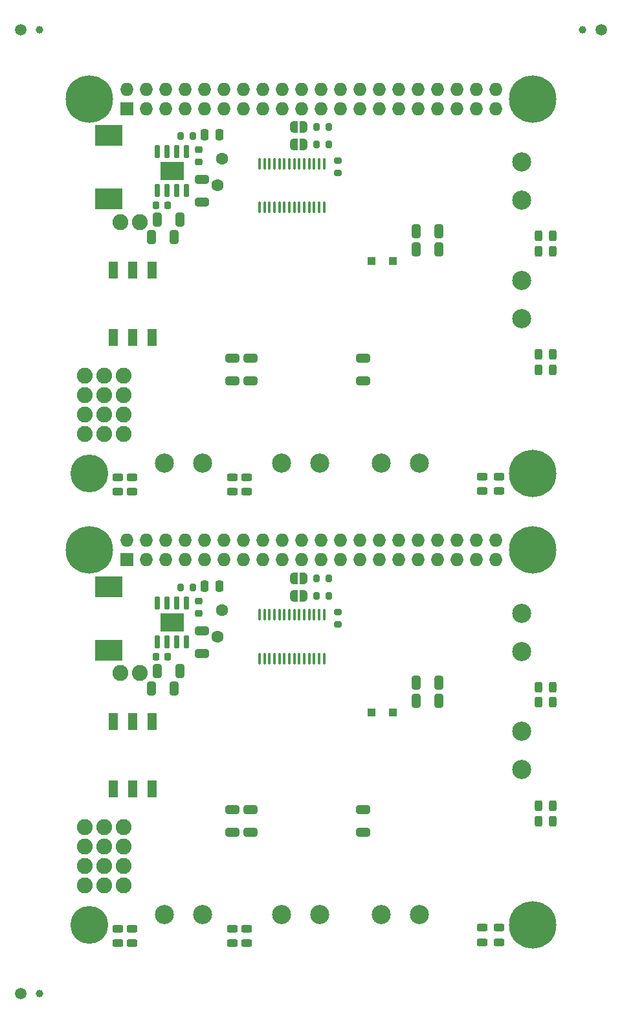
<source format=gbr>
%TF.GenerationSoftware,KiCad,Pcbnew,6.0.11+dfsg-1*%
%TF.CreationDate,2024-04-28T21:20:57+01:00*%
%TF.ProjectId,panel,70616e65-6c2e-46b6-9963-61645f706362,rev?*%
%TF.SameCoordinates,Original*%
%TF.FileFunction,Soldermask,Top*%
%TF.FilePolarity,Negative*%
%FSLAX46Y46*%
G04 Gerber Fmt 4.6, Leading zero omitted, Abs format (unit mm)*
G04 Created by KiCad (PCBNEW 6.0.11+dfsg-1) date 2024-04-28 21:20:57*
%MOMM*%
%LPD*%
G01*
G04 APERTURE LIST*
G04 Aperture macros list*
%AMRoundRect*
0 Rectangle with rounded corners*
0 $1 Rounding radius*
0 $2 $3 $4 $5 $6 $7 $8 $9 X,Y pos of 4 corners*
0 Add a 4 corners polygon primitive as box body*
4,1,4,$2,$3,$4,$5,$6,$7,$8,$9,$2,$3,0*
0 Add four circle primitives for the rounded corners*
1,1,$1+$1,$2,$3*
1,1,$1+$1,$4,$5*
1,1,$1+$1,$6,$7*
1,1,$1+$1,$8,$9*
0 Add four rect primitives between the rounded corners*
20,1,$1+$1,$2,$3,$4,$5,0*
20,1,$1+$1,$4,$5,$6,$7,0*
20,1,$1+$1,$6,$7,$8,$9,0*
20,1,$1+$1,$8,$9,$2,$3,0*%
%AMFreePoly0*
4,1,22,0.500000,-0.750000,0.000000,-0.750000,0.000000,-0.745033,-0.079941,-0.743568,-0.215256,-0.701293,-0.333266,-0.622738,-0.424486,-0.514219,-0.481581,-0.384460,-0.499164,-0.250000,-0.500000,-0.250000,-0.500000,0.250000,-0.499164,0.250000,-0.499963,0.256109,-0.478152,0.396186,-0.417904,0.524511,-0.324060,0.630769,-0.204165,0.706417,-0.067858,0.745374,0.000000,0.744959,0.000000,0.750000,
0.500000,0.750000,0.500000,-0.750000,0.500000,-0.750000,$1*%
%AMFreePoly1*
4,1,20,0.000000,0.744959,0.073905,0.744508,0.209726,0.703889,0.328688,0.626782,0.421226,0.519385,0.479903,0.390333,0.500000,0.250000,0.500000,-0.250000,0.499851,-0.262216,0.476331,-0.402017,0.414519,-0.529596,0.319384,-0.634700,0.198574,-0.708877,0.061801,-0.746166,0.000000,-0.745033,0.000000,-0.750000,-0.500000,-0.750000,-0.500000,0.750000,0.000000,0.750000,0.000000,0.744959,
0.000000,0.744959,$1*%
G04 Aperture macros list end*
%ADD10C,2.500000*%
%ADD11RoundRect,0.243750X0.456250X-0.243750X0.456250X0.243750X-0.456250X0.243750X-0.456250X-0.243750X0*%
%ADD12R,3.600000X2.700000*%
%ADD13C,6.200000*%
%ADD14C,2.082800*%
%ADD15C,1.000000*%
%ADD16RoundRect,0.100000X0.100000X-0.637500X0.100000X0.637500X-0.100000X0.637500X-0.100000X-0.637500X0*%
%ADD17RoundRect,0.250000X0.325000X0.650000X-0.325000X0.650000X-0.325000X-0.650000X0.325000X-0.650000X0*%
%ADD18R,3.100000X2.400000*%
%ADD19RoundRect,0.150000X0.150000X-0.737500X0.150000X0.737500X-0.150000X0.737500X-0.150000X-0.737500X0*%
%ADD20RoundRect,0.200000X0.275000X-0.200000X0.275000X0.200000X-0.275000X0.200000X-0.275000X-0.200000X0*%
%ADD21RoundRect,0.225000X0.225000X0.250000X-0.225000X0.250000X-0.225000X-0.250000X0.225000X-0.250000X0*%
%ADD22FreePoly0,0.000000*%
%ADD23FreePoly1,0.000000*%
%ADD24RoundRect,0.250000X-0.325000X-0.650000X0.325000X-0.650000X0.325000X0.650000X-0.325000X0.650000X0*%
%ADD25RoundRect,0.243750X0.243750X0.456250X-0.243750X0.456250X-0.243750X-0.456250X0.243750X-0.456250X0*%
%ADD26C,1.500000*%
%ADD27R,1.100000X1.100000*%
%ADD28RoundRect,0.250000X-0.650000X0.325000X-0.650000X-0.325000X0.650000X-0.325000X0.650000X0.325000X0*%
%ADD29RoundRect,0.200000X-0.200000X-0.275000X0.200000X-0.275000X0.200000X0.275000X-0.200000X0.275000X0*%
%ADD30R,1.727200X1.727200*%
%ADD31O,1.727200X1.727200*%
%ADD32C,4.950000*%
%ADD33RoundRect,0.225000X-0.250000X0.225000X-0.250000X-0.225000X0.250000X-0.225000X0.250000X0.225000X0*%
%ADD34R,1.200000X2.250000*%
%ADD35RoundRect,0.250000X0.650000X-0.325000X0.650000X0.325000X-0.650000X0.325000X-0.650000X-0.325000X0*%
%ADD36RoundRect,0.250000X-0.250000X-0.475000X0.250000X-0.475000X0.250000X0.475000X-0.250000X0.475000X0*%
%ADD37C,1.600000*%
G04 APERTURE END LIST*
D10*
%TO.C,J8*%
X176050000Y-44750000D03*
X176050000Y-39750000D03*
%TD*%
D11*
%TO.C,D29*%
X123200000Y-141837500D03*
X123200000Y-139962500D03*
%TD*%
%TO.C,D29*%
X123200000Y-82837500D03*
X123200000Y-80962500D03*
%TD*%
%TO.C,D19*%
X140100000Y-141837500D03*
X140100000Y-139962500D03*
%TD*%
D12*
%TO.C,L1*%
X122000000Y-36250000D03*
X122000000Y-44550000D03*
%TD*%
D13*
%TO.C,PI3*%
X119500000Y-90500000D03*
%TD*%
D14*
%TO.C,J9*%
X126140000Y-106590000D03*
X123600000Y-106590000D03*
%TD*%
D15*
%TO.C,REF\u002A\u002A*%
X113000000Y-148500046D03*
%TD*%
D10*
%TO.C,J7*%
X176050000Y-60200000D03*
X176050000Y-55200000D03*
%TD*%
D14*
%TO.C,J1*%
X118920000Y-126670000D03*
X118920000Y-129210000D03*
X118920000Y-131750000D03*
X118920000Y-134290000D03*
%TD*%
D16*
%TO.C,U2*%
X141750000Y-104687500D03*
X142400000Y-104687500D03*
X143050000Y-104687500D03*
X143700000Y-104687500D03*
X144350000Y-104687500D03*
X145000000Y-104687500D03*
X145650000Y-104687500D03*
X146300000Y-104687500D03*
X146950000Y-104687500D03*
X147600000Y-104687500D03*
X148250000Y-104687500D03*
X148900000Y-104687500D03*
X149550000Y-104687500D03*
X150200000Y-104687500D03*
X150200000Y-98962500D03*
X149550000Y-98962500D03*
X148900000Y-98962500D03*
X148250000Y-98962500D03*
X147600000Y-98962500D03*
X146950000Y-98962500D03*
X146300000Y-98962500D03*
X145650000Y-98962500D03*
X145000000Y-98962500D03*
X144350000Y-98962500D03*
X143700000Y-98962500D03*
X143050000Y-98962500D03*
X142400000Y-98962500D03*
X141750000Y-98962500D03*
%TD*%
D11*
%TO.C,D31*%
X138200000Y-141837500D03*
X138200000Y-139962500D03*
%TD*%
D17*
%TO.C,C18*%
X131375000Y-47300000D03*
X128425000Y-47300000D03*
%TD*%
D10*
%TO.C,J8*%
X176050000Y-103750000D03*
X176050000Y-98750000D03*
%TD*%
D18*
%TO.C,U1*%
X130300000Y-99950000D03*
D19*
X128395000Y-102512500D03*
X129665000Y-102512500D03*
X130935000Y-102512500D03*
X132205000Y-102512500D03*
X132205000Y-97387500D03*
X130935000Y-97387500D03*
X129665000Y-97387500D03*
X128395000Y-97387500D03*
%TD*%
D20*
%TO.C,R28*%
X152000000Y-41225000D03*
X152000000Y-39575000D03*
%TD*%
D21*
%TO.C,C6*%
X129775000Y-45400000D03*
X128225000Y-45400000D03*
%TD*%
D16*
%TO.C,U2*%
X141750000Y-45687500D03*
X142400000Y-45687500D03*
X143050000Y-45687500D03*
X143700000Y-45687500D03*
X144350000Y-45687500D03*
X145000000Y-45687500D03*
X145650000Y-45687500D03*
X146300000Y-45687500D03*
X146950000Y-45687500D03*
X147600000Y-45687500D03*
X148250000Y-45687500D03*
X148900000Y-45687500D03*
X149550000Y-45687500D03*
X150200000Y-45687500D03*
X150200000Y-39962500D03*
X149550000Y-39962500D03*
X148900000Y-39962500D03*
X148250000Y-39962500D03*
X147600000Y-39962500D03*
X146950000Y-39962500D03*
X146300000Y-39962500D03*
X145650000Y-39962500D03*
X145000000Y-39962500D03*
X144350000Y-39962500D03*
X143700000Y-39962500D03*
X143050000Y-39962500D03*
X142400000Y-39962500D03*
X141750000Y-39962500D03*
%TD*%
D12*
%TO.C,L1*%
X122000000Y-95250000D03*
X122000000Y-103550000D03*
%TD*%
D22*
%TO.C,JP7*%
X146250000Y-96500000D03*
D23*
X147550000Y-96500000D03*
%TD*%
D24*
%TO.C,C15*%
X162225000Y-48800000D03*
X165175000Y-48800000D03*
%TD*%
D25*
%TO.C,D20*%
X180137500Y-108400000D03*
X178262500Y-108400000D03*
%TD*%
D10*
%TO.C,J4*%
X129300000Y-79150000D03*
X134300000Y-79150000D03*
%TD*%
D20*
%TO.C,R28*%
X152000000Y-100225000D03*
X152000000Y-98575000D03*
%TD*%
D24*
%TO.C,C14*%
X127625000Y-108600000D03*
X130575000Y-108600000D03*
%TD*%
D15*
%TO.C,REF\u002A\u002A*%
X184000000Y-22500000D03*
%TD*%
D24*
%TO.C,C16*%
X162225000Y-110200000D03*
X165175000Y-110200000D03*
%TD*%
D26*
%TO.C,REF\u002A\u002A*%
X110500000Y-148500046D03*
%TD*%
D27*
%TO.C,D15*%
X156400000Y-111700000D03*
X159200000Y-111700000D03*
%TD*%
D17*
%TO.C,C18*%
X131375000Y-106300000D03*
X128425000Y-106300000D03*
%TD*%
D25*
%TO.C,D20*%
X180137500Y-49400000D03*
X178262500Y-49400000D03*
%TD*%
D28*
%TO.C,C1*%
X155300000Y-124425000D03*
X155300000Y-127375000D03*
%TD*%
D26*
%TO.C,REF\u002A\u002A*%
X186500000Y-22500000D03*
%TD*%
D13*
%TO.C,PI2*%
X177500000Y-80500000D03*
%TD*%
%TO.C,PI1*%
X177500000Y-90500000D03*
%TD*%
D11*
%TO.C,D19*%
X140100000Y-82837500D03*
X140100000Y-80962500D03*
%TD*%
%TO.C,D4*%
X125100000Y-82837500D03*
X125100000Y-80962500D03*
%TD*%
D29*
%TO.C,R40*%
X149175000Y-35200000D03*
X150825000Y-35200000D03*
%TD*%
D22*
%TO.C,JP7*%
X146250000Y-37500000D03*
D23*
X147550000Y-37500000D03*
%TD*%
D10*
%TO.C,J3*%
X157700000Y-138150000D03*
X162700000Y-138150000D03*
%TD*%
D24*
%TO.C,C16*%
X162225000Y-51200000D03*
X165175000Y-51200000D03*
%TD*%
D29*
%TO.C,R39*%
X149175000Y-96500000D03*
X150825000Y-96500000D03*
%TD*%
D28*
%TO.C,C1*%
X155300000Y-65425000D03*
X155300000Y-68375000D03*
%TD*%
D30*
%TO.C,J2*%
X124370000Y-32770000D03*
D31*
X124370000Y-30230000D03*
X126910000Y-32770000D03*
X126910000Y-30230000D03*
X129450000Y-32770000D03*
X129450000Y-30230000D03*
X131990000Y-32770000D03*
X131990000Y-30230000D03*
X134530000Y-32770000D03*
X134530000Y-30230000D03*
X137070000Y-32770000D03*
X137070000Y-30230000D03*
X139610000Y-32770000D03*
X139610000Y-30230000D03*
X142150000Y-32770000D03*
X142150000Y-30230000D03*
X144690000Y-32770000D03*
X144690000Y-30230000D03*
X147230000Y-32770000D03*
X147230000Y-30230000D03*
X149770000Y-32770000D03*
X149770000Y-30230000D03*
X152310000Y-32770000D03*
X152310000Y-30230000D03*
X154850000Y-32770000D03*
X154850000Y-30230000D03*
X157390000Y-32770000D03*
X157390000Y-30230000D03*
X159930000Y-32770000D03*
X159930000Y-30230000D03*
X162470000Y-32770000D03*
X162470000Y-30230000D03*
X165010000Y-32770000D03*
X165010000Y-30230000D03*
X167550000Y-32770000D03*
X167550000Y-30230000D03*
X170090000Y-32770000D03*
X170090000Y-30230000D03*
X172630000Y-32770000D03*
X172630000Y-30230000D03*
%TD*%
D32*
%TO.C,PI4*%
X119500000Y-139500000D03*
%TD*%
D10*
%TO.C,J7*%
X176050000Y-119200000D03*
X176050000Y-114200000D03*
%TD*%
D30*
%TO.C,J2*%
X124370000Y-91770000D03*
D31*
X124370000Y-89230000D03*
X126910000Y-91770000D03*
X126910000Y-89230000D03*
X129450000Y-91770000D03*
X129450000Y-89230000D03*
X131990000Y-91770000D03*
X131990000Y-89230000D03*
X134530000Y-91770000D03*
X134530000Y-89230000D03*
X137070000Y-91770000D03*
X137070000Y-89230000D03*
X139610000Y-91770000D03*
X139610000Y-89230000D03*
X142150000Y-91770000D03*
X142150000Y-89230000D03*
X144690000Y-91770000D03*
X144690000Y-89230000D03*
X147230000Y-91770000D03*
X147230000Y-89230000D03*
X149770000Y-91770000D03*
X149770000Y-89230000D03*
X152310000Y-91770000D03*
X152310000Y-89230000D03*
X154850000Y-91770000D03*
X154850000Y-89230000D03*
X157390000Y-91770000D03*
X157390000Y-89230000D03*
X159930000Y-91770000D03*
X159930000Y-89230000D03*
X162470000Y-91770000D03*
X162470000Y-89230000D03*
X165010000Y-91770000D03*
X165010000Y-89230000D03*
X167550000Y-91770000D03*
X167550000Y-89230000D03*
X170090000Y-91770000D03*
X170090000Y-89230000D03*
X172630000Y-91770000D03*
X172630000Y-89230000D03*
%TD*%
D33*
%TO.C,C23*%
X133800000Y-38175000D03*
X133800000Y-39725000D03*
%TD*%
D28*
%TO.C,C11*%
X140600000Y-65425000D03*
X140600000Y-68375000D03*
%TD*%
D14*
%TO.C,J1*%
X118920000Y-67670000D03*
X118920000Y-70210000D03*
X118920000Y-72750000D03*
X118920000Y-75290000D03*
%TD*%
D13*
%TO.C,PI1*%
X177500000Y-31500000D03*
%TD*%
D34*
%TO.C,SW1*%
X125200000Y-53925000D03*
X122660000Y-53925000D03*
X122660000Y-62675000D03*
X125200000Y-62675000D03*
X127740000Y-62675000D03*
X127740000Y-53925000D03*
%TD*%
D14*
%TO.C,J6*%
X124020000Y-75290000D03*
X121480000Y-75290000D03*
X124020000Y-72750000D03*
X121480000Y-72750000D03*
X124020000Y-70210000D03*
X121480000Y-70210000D03*
X124020000Y-67670000D03*
X121480000Y-67670000D03*
%TD*%
D35*
%TO.C,C5*%
X134200000Y-103975000D03*
X134200000Y-101025000D03*
%TD*%
D24*
%TO.C,C15*%
X162225000Y-107800000D03*
X165175000Y-107800000D03*
%TD*%
D10*
%TO.C,J5*%
X144625000Y-79150000D03*
X149625000Y-79150000D03*
%TD*%
D34*
%TO.C,SW1*%
X125200000Y-112925000D03*
X122660000Y-112925000D03*
X122660000Y-121675000D03*
X125200000Y-121675000D03*
X127740000Y-121675000D03*
X127740000Y-112925000D03*
%TD*%
D14*
%TO.C,J6*%
X124020000Y-134290000D03*
X121480000Y-134290000D03*
X124020000Y-131750000D03*
X121480000Y-131750000D03*
X124020000Y-129210000D03*
X121480000Y-129210000D03*
X124020000Y-126670000D03*
X121480000Y-126670000D03*
%TD*%
D22*
%TO.C,JP8*%
X146250000Y-94200000D03*
D23*
X147550000Y-94200000D03*
%TD*%
D11*
%TO.C,D31*%
X138200000Y-82837500D03*
X138200000Y-80962500D03*
%TD*%
D13*
%TO.C,PI3*%
X119500000Y-31500000D03*
%TD*%
D33*
%TO.C,C23*%
X133800000Y-97175000D03*
X133800000Y-98725000D03*
%TD*%
D28*
%TO.C,C3*%
X138200000Y-65425000D03*
X138200000Y-68375000D03*
%TD*%
D26*
%TO.C,REF\u002A\u002A*%
X110500000Y-22500000D03*
%TD*%
D11*
%TO.C,D38*%
X173100000Y-141737500D03*
X173100000Y-139862500D03*
%TD*%
D25*
%TO.C,D37*%
X180137500Y-110400000D03*
X178262500Y-110400000D03*
%TD*%
D11*
%TO.C,D1*%
X170900000Y-82737500D03*
X170900000Y-80862500D03*
%TD*%
D29*
%TO.C,R40*%
X149175000Y-94200000D03*
X150825000Y-94200000D03*
%TD*%
D25*
%TO.C,D5*%
X180137500Y-123900000D03*
X178262500Y-123900000D03*
%TD*%
D15*
%TO.C,REF\u002A\u002A*%
X113000000Y-22500000D03*
%TD*%
D13*
%TO.C,PI2*%
X177500000Y-139500000D03*
%TD*%
D29*
%TO.C,R44*%
X131425000Y-36400000D03*
X133075000Y-36400000D03*
%TD*%
D14*
%TO.C,J9*%
X126140000Y-47590000D03*
X123600000Y-47590000D03*
%TD*%
D24*
%TO.C,C14*%
X127625000Y-49600000D03*
X130575000Y-49600000D03*
%TD*%
D36*
%TO.C,C22*%
X134600000Y-36200000D03*
X136500000Y-36200000D03*
%TD*%
D11*
%TO.C,D1*%
X170900000Y-141737500D03*
X170900000Y-139862500D03*
%TD*%
D35*
%TO.C,C5*%
X134200000Y-44975000D03*
X134200000Y-42025000D03*
%TD*%
D27*
%TO.C,D15*%
X156400000Y-52700000D03*
X159200000Y-52700000D03*
%TD*%
D10*
%TO.C,J4*%
X129300000Y-138150000D03*
X134300000Y-138150000D03*
%TD*%
D32*
%TO.C,PI4*%
X119500000Y-80500000D03*
%TD*%
D29*
%TO.C,R39*%
X149175000Y-37500000D03*
X150825000Y-37500000D03*
%TD*%
D21*
%TO.C,C6*%
X129775000Y-104400000D03*
X128225000Y-104400000D03*
%TD*%
D28*
%TO.C,C3*%
X138200000Y-124425000D03*
X138200000Y-127375000D03*
%TD*%
D29*
%TO.C,R44*%
X131425000Y-95400000D03*
X133075000Y-95400000D03*
%TD*%
D25*
%TO.C,D37*%
X180137500Y-51400000D03*
X178262500Y-51400000D03*
%TD*%
D11*
%TO.C,D38*%
X173100000Y-82737500D03*
X173100000Y-80862500D03*
%TD*%
D28*
%TO.C,C11*%
X140600000Y-124425000D03*
X140600000Y-127375000D03*
%TD*%
D25*
%TO.C,D30*%
X180137500Y-125900000D03*
X178262500Y-125900000D03*
%TD*%
D36*
%TO.C,C22*%
X134600000Y-95200000D03*
X136500000Y-95200000D03*
%TD*%
D11*
%TO.C,D4*%
X125100000Y-141837500D03*
X125100000Y-139962500D03*
%TD*%
D25*
%TO.C,D5*%
X180137500Y-64900000D03*
X178262500Y-64900000D03*
%TD*%
D22*
%TO.C,JP8*%
X146250000Y-35200000D03*
D23*
X147550000Y-35200000D03*
%TD*%
D10*
%TO.C,J5*%
X144625000Y-138150000D03*
X149625000Y-138150000D03*
%TD*%
D25*
%TO.C,D30*%
X180137500Y-66900000D03*
X178262500Y-66900000D03*
%TD*%
D18*
%TO.C,U1*%
X130300000Y-40950000D03*
D19*
X128395000Y-43512500D03*
X129665000Y-43512500D03*
X130935000Y-43512500D03*
X132205000Y-43512500D03*
X132205000Y-38387500D03*
X130935000Y-38387500D03*
X129665000Y-38387500D03*
X128395000Y-38387500D03*
%TD*%
D10*
%TO.C,J3*%
X157700000Y-79150000D03*
X162700000Y-79150000D03*
%TD*%
D37*
%TO.C,C8*%
X136250000Y-101800000D03*
X136857769Y-98353173D03*
%TD*%
%TO.C,C8*%
X136250000Y-42800000D03*
X136857769Y-39353173D03*
%TD*%
M02*

</source>
